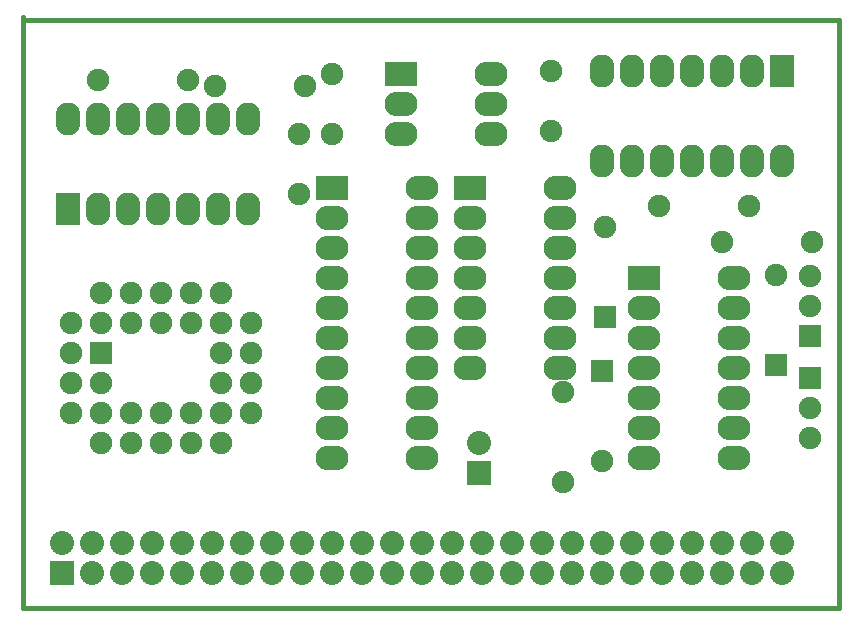
<source format=gbs>
G04 (created by PCBNEW-RS274X (2011-07-08 BZR 3044)-stable) date 03/02/2013 11:15:01*
G01*
G70*
G90*
%MOIN*%
G04 Gerber Fmt 3.4, Leading zero omitted, Abs format*
%FSLAX34Y34*%
G04 APERTURE LIST*
%ADD10C,0.006000*%
%ADD11C,0.015000*%
%ADD12C,0.075000*%
%ADD13R,0.082000X0.110000*%
%ADD14O,0.082000X0.110000*%
%ADD15R,0.075000X0.075000*%
%ADD16R,0.110000X0.082000*%
%ADD17O,0.110000X0.082000*%
%ADD18R,0.080000X0.080000*%
%ADD19C,0.080000*%
G04 APERTURE END LIST*
G54D10*
G54D11*
X07000Y-08100D02*
X07000Y-08000D01*
X34200Y-08100D02*
X07000Y-08100D01*
X34200Y-27700D02*
X34200Y-08100D01*
X07000Y-27700D02*
X34200Y-27700D01*
X07000Y-08100D02*
X07000Y-27700D01*
G54D12*
X16200Y-11900D03*
X16200Y-13900D03*
X17300Y-09900D03*
X17300Y-11900D03*
X24600Y-11800D03*
X24600Y-09800D03*
G54D13*
X08500Y-14400D03*
G54D14*
X09500Y-14400D03*
X10500Y-14400D03*
X11500Y-14400D03*
X12500Y-14400D03*
X13500Y-14400D03*
X14500Y-14400D03*
X14500Y-11400D03*
X13500Y-11400D03*
X12500Y-11400D03*
X11500Y-11400D03*
X10500Y-11400D03*
X09500Y-11400D03*
X08500Y-11400D03*
G54D12*
X25000Y-20500D03*
X25000Y-23500D03*
G54D15*
X33250Y-20050D03*
G54D12*
X33250Y-21050D03*
X33250Y-22050D03*
G54D15*
X33250Y-18650D03*
G54D12*
X33250Y-17650D03*
X33250Y-16650D03*
X16400Y-10300D03*
X13400Y-10300D03*
X12500Y-10100D03*
X09500Y-10100D03*
X30300Y-15500D03*
X33300Y-15500D03*
G54D16*
X19600Y-09900D03*
G54D17*
X19600Y-10900D03*
X19600Y-11900D03*
X22600Y-11900D03*
X22600Y-10900D03*
X22600Y-09900D03*
G54D16*
X27700Y-16700D03*
G54D17*
X27700Y-17700D03*
X27700Y-18700D03*
X27700Y-19700D03*
X27700Y-20700D03*
X27700Y-21700D03*
X27700Y-22700D03*
X30700Y-22700D03*
X30700Y-21700D03*
X30700Y-20700D03*
X30700Y-19700D03*
X30700Y-18700D03*
X30700Y-17700D03*
X30700Y-16700D03*
G54D15*
X09600Y-19200D03*
G54D12*
X08600Y-20200D03*
X09600Y-20200D03*
X08600Y-21200D03*
X09600Y-22200D03*
X09600Y-21200D03*
X10600Y-22200D03*
X10600Y-21200D03*
X11600Y-22200D03*
X11600Y-21200D03*
X12600Y-22200D03*
X12600Y-21200D03*
X13600Y-22200D03*
X14600Y-21200D03*
X13600Y-21200D03*
X14600Y-20200D03*
X13600Y-20200D03*
X14600Y-19200D03*
X13600Y-19200D03*
X14600Y-18200D03*
X13600Y-17200D03*
X13600Y-18200D03*
X12600Y-17200D03*
X12600Y-18200D03*
X11600Y-17200D03*
X11600Y-18200D03*
X10600Y-17200D03*
X10600Y-18200D03*
X09600Y-18200D03*
X08600Y-19200D03*
X09600Y-17200D03*
X08600Y-18200D03*
G54D13*
X32300Y-09800D03*
G54D14*
X31300Y-09800D03*
X30300Y-09800D03*
X29300Y-09800D03*
X28300Y-09800D03*
X27300Y-09800D03*
X26300Y-09800D03*
X26300Y-12800D03*
X27300Y-12800D03*
X28300Y-12800D03*
X29300Y-12800D03*
X30300Y-12800D03*
X31300Y-12800D03*
X32300Y-12800D03*
G54D16*
X21900Y-13700D03*
G54D17*
X21900Y-14700D03*
X21900Y-15700D03*
X21900Y-16700D03*
X21900Y-17700D03*
X21900Y-18700D03*
X21900Y-19700D03*
X24900Y-19700D03*
X24900Y-18700D03*
X24900Y-17700D03*
X24900Y-16700D03*
X24900Y-15700D03*
X24900Y-14700D03*
X24900Y-13700D03*
G54D16*
X17300Y-13700D03*
G54D17*
X17300Y-14700D03*
X17300Y-15700D03*
X17300Y-16700D03*
X17300Y-17700D03*
X17300Y-18700D03*
X17300Y-19700D03*
X17300Y-20700D03*
X17300Y-21700D03*
X17300Y-22700D03*
X20300Y-22700D03*
X20300Y-21700D03*
X20300Y-20700D03*
X20300Y-19700D03*
X20300Y-18700D03*
X20300Y-17700D03*
X20300Y-16700D03*
X20300Y-15700D03*
X20300Y-14700D03*
X20300Y-13700D03*
G54D12*
X31200Y-14300D03*
X28200Y-14300D03*
G54D18*
X08294Y-26531D03*
G54D19*
X08294Y-25531D03*
X09294Y-26531D03*
X09294Y-25531D03*
X10294Y-26531D03*
X10294Y-25531D03*
X11294Y-26531D03*
X11294Y-25531D03*
X12294Y-26531D03*
X12294Y-25531D03*
X13294Y-26531D03*
X13294Y-25531D03*
X14294Y-26531D03*
X14294Y-25531D03*
X15294Y-26531D03*
X15294Y-25531D03*
X16294Y-26531D03*
X16294Y-25531D03*
X17294Y-26531D03*
X17294Y-25531D03*
X18294Y-26531D03*
X18294Y-25531D03*
X19294Y-26531D03*
X19294Y-25531D03*
X20294Y-26531D03*
X20294Y-25531D03*
X21294Y-26531D03*
X21294Y-25531D03*
X22294Y-26531D03*
X22294Y-25531D03*
X23294Y-26531D03*
X23294Y-25531D03*
X24294Y-26531D03*
X24294Y-25531D03*
X25294Y-26531D03*
X25294Y-25531D03*
X26294Y-26531D03*
X26294Y-25531D03*
X27294Y-26531D03*
X27294Y-25531D03*
X28294Y-26531D03*
X28294Y-25531D03*
X29294Y-26531D03*
X29294Y-25531D03*
X30294Y-26531D03*
X30294Y-25531D03*
X31294Y-26531D03*
X31294Y-25531D03*
X32294Y-26531D03*
X32294Y-25531D03*
G54D18*
X22200Y-23200D03*
G54D19*
X22200Y-22200D03*
G54D15*
X26300Y-19800D03*
G54D12*
X26300Y-22800D03*
G54D15*
X32100Y-19600D03*
G54D12*
X32100Y-16600D03*
G54D15*
X26400Y-18000D03*
G54D12*
X26400Y-15000D03*
M02*

</source>
